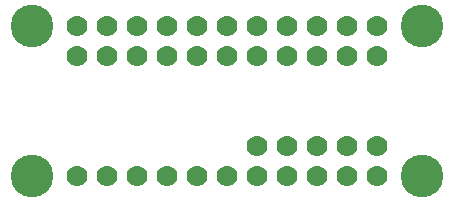
<source format=gbr>
G04 EAGLE Gerber RS-274X export*
G75*
%MOMM*%
%FSLAX34Y34*%
%LPD*%
%INSoldermask Bottom*%
%IPPOS*%
%AMOC8*
5,1,8,0,0,1.08239X$1,22.5*%
G01*
%ADD10C,3.617600*%
%ADD11C,1.778000*%


D10*
X25400Y152400D03*
X355600Y152400D03*
X25400Y25400D03*
X355600Y25400D03*
D11*
X63500Y25400D03*
X88900Y25400D03*
X114300Y25400D03*
X139700Y25400D03*
X165100Y25400D03*
X190500Y25400D03*
X215900Y25400D03*
X241300Y25400D03*
X266700Y25400D03*
X292100Y25400D03*
X317500Y25400D03*
X317500Y152400D03*
X292100Y152400D03*
X266700Y152400D03*
X241300Y152400D03*
X215900Y152400D03*
X190500Y152400D03*
X165100Y152400D03*
X139700Y152400D03*
X114300Y152400D03*
X88900Y152400D03*
X63500Y152400D03*
X63500Y127000D03*
X88900Y127000D03*
X114300Y127000D03*
X139700Y127000D03*
X165100Y127000D03*
X190500Y127000D03*
X215900Y127000D03*
X241300Y127000D03*
X266700Y127000D03*
X292100Y127000D03*
X317500Y127000D03*
X215900Y50800D03*
X241300Y50800D03*
X266700Y50800D03*
X292100Y50800D03*
X317500Y50800D03*
M02*

</source>
